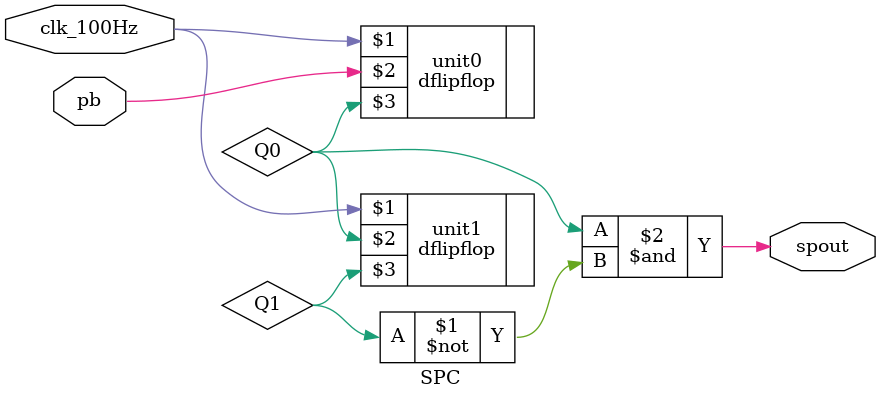
<source format=v>
`timescale 1ns / 1ps


module SPC(input pb, clk_100Hz, output spout);

wire Q0;
wire Q1;

dflipflop unit0 (clk_100Hz, pb, Q0);
dflipflop unit1 (clk_100Hz, Q0, Q1);

assign spout = (Q0 & ~Q1);

endmodule

</source>
